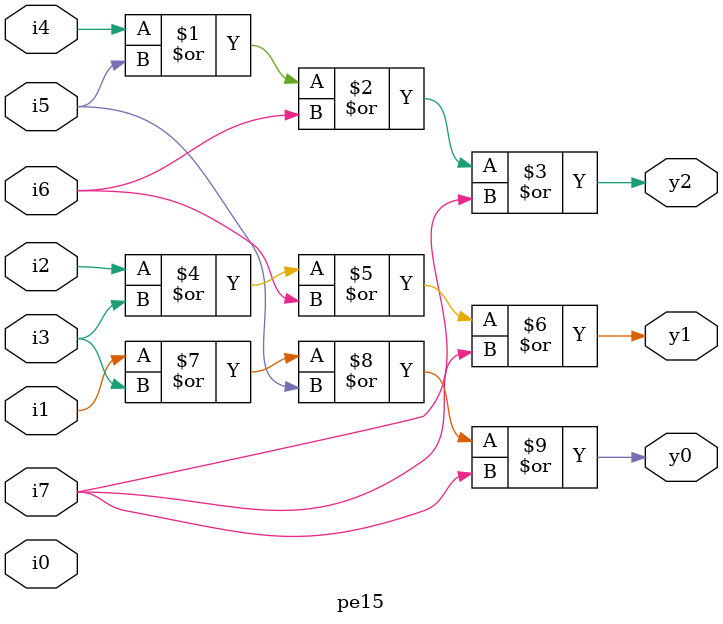
<source format=v>
module pe15 (i0,i1,i2,i3,i4,i5,i6,i7,y0,y1,y2);
    // declare port list via input and output
    input i0,i1,i2,i3,i4,i5,i6,i7;
    output y0,y1,y2;
    // check the logic diagram and use 
    // logic gates to compute outputs
    or o1(y2,i4,i5,i6,i7);
    or o2(y1,i2,i3,i6,i7);
    or o3(y0,i1,i3,i5,i7);

endmodule
</source>
